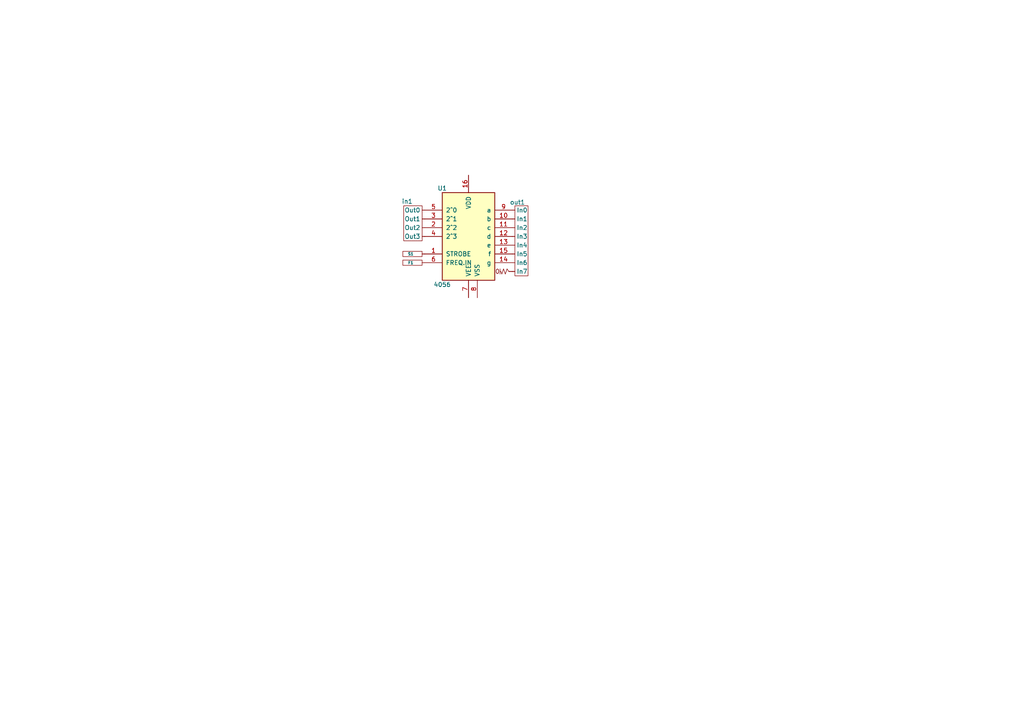
<source format=kicad_sch>
(kicad_sch (version 20230121) (generator eeschema)
  (paper "A4")
  (lib_symbols
    (symbol "4xxx:4056" (pin_names (offset 1.016))
      (property "Reference" "U" (at -7.62 13.97 0))
      (property "Value" "4056" (at -7.62 -13.97 0))
      (symbol "4056_1_0"
        (pin input line (at -12.7 -5.08 0) (length 5.08) (name "STROBE") (number "1"))
        (pin output line (at 12.7 5.08 180) (length 5.08) (name "b") (number "10"))
        (pin output line (at 12.7 2.54 180) (length 5.08) (name "c") (number "11"))
        (pin output line (at 12.7 0 180) (length 5.08) (name "d") (number "12"))
        (pin output line (at 12.7 -2.54 180) (length 5.08) (name "e") (number "13"))
        (pin output line (at 12.7 -7.62 180) (length 5.08) (name "g") (number "14"))
        (pin output line (at 12.7 -5.08 180) (length 5.08) (name "f") (number "15"))
        (pin power_in line (at 0 17.78 270) (length 5.08) (name "VDD") (number "16"))
        (pin input line (at -12.7 2.54 0) (length 5.08) (name "2^2") (number "2"))
        (pin input line (at -12.7 5.08 0) (length 5.08) (name "2^1") (number "3"))
        (pin input line (at -12.7 0 0) (length 5.08) (name "2^3") (number "4"))
        (pin input line (at -12.7 7.62 0) (length 5.08) (name "2^0") (number "5"))
        (pin input line (at -12.7 -7.62 0) (length 5.08) (name "FREQ.IN") (number "6"))
        (pin power_in line (at 0 -17.78 90) (length 5.08) (name "VEE") (number "7"))
        (pin power_in line (at 2.54 -17.78 90) (length 5.08) (name "VSS") (number "8"))
        (pin output line (at 12.7 7.62 180) (length 5.08) (name "a") (number "9"))
      )
      (symbol "4056_1_1"
        (rectangle (start -7.62 12.7) (end 7.62 -12.7) (stroke (width 0.254)) (fill (type background)))
      )
    )
    (symbol "Tests:InBus" (pin_numbers hide)
      (property "Reference" "InBus" (at 1.512 11.176 0))
      (symbol "InBus_0_1"
        (rectangle (start 0.75 10.16) (end 4.56 -10.16))
      )
      (symbol "InBus_1_1"
        (pin input line (at 0 8.89 0) (length 0.75) (name "In0") (number "0"))
        (pin input line (at 0 6.35 0) (length 0.75) (name "In1") (number "1"))
        (pin input line (at 0 3.81 0) (length 0.75) (name "In2") (number "2"))
        (pin input line (at 0 1.27 0) (length 0.75) (name "In3") (number "3"))
        (pin input line (at 0 -1.27 0) (length 0.75) (name "In4") (number "4"))
        (pin input line (at 0 -3.81 0) (length 0.75) (name "In5") (number "5"))
        (pin input line (at 0 -6.35 0) (length 0.75) (name "In6") (number "6"))
        (pin input line (at 0 -8.89 0) (length 0.75) (name "In7") (number "7"))
      )
    )
    (symbol "Tests:OutBus4x" (pin_numbers hide)
      (property "Reference" "OutBus4x" (at -1.524 6.096 0))
      (symbol "OutBus4x_0_1"
        (rectangle (start -6.096 5.08) (end -0.75 -5.08))
      )
      (symbol "OutBus4x_1_1"
        (pin output line (at 0 3.81 180) (length 0.75) (name "Out0") (number "0"))
        (pin output line (at 0 1.27 180) (length 0.75) (name "Out1") (number "1"))
        (pin output line (at 0 -1.27 180) (length 0.75) (name "Out2") (number "2"))
        (pin output line (at 0 -3.81 180) (length 0.75) (name "Out3") (number "3"))
      )
    )
    (symbol "Tests:OutPin" (pin_numbers hide) (pin_names hide)
      (property "Reference" "OutPin" (at -4.064 0 0))
      (symbol "OutPin_0_1"
        (rectangle (start -6.35 0.762) (end -0.762 -0.762))
      )
      (symbol "OutPin_1_1"
        (pin output line (at 0 0 180) (length 0.75) (name "Out") (number "1"))
      )
    )
    (symbol "chip:PULLDOWN" (pin_numbers hide) (pin_names (offset 0) hide)
      (symbol "PULLDOWN_0_1"
        (polyline (pts (xy -3.556 0) (xy -3.556 -0.762)))
        (polyline (pts (xy -1.016 0) (xy -1.524 0.762) (xy -2.032 -0.762) (xy -2.54 0.762) (xy -3.048 -0.762) (xy -3.302 0) (xy -3.556 0) (xy -3.556 0.762)))
      )
      (symbol "PULLDOWN_1_1"
        (text "0" (at -4.318 0 0) (effects (font (size 1.27 1.27))))
        (pin tri_state line (at 0 0 180) (length 1) (name "OUT") (number "1"))
      )
    )
  )
  (symbol (lib_id "Tests:InBus") (at 148.59 69.85 0) (unit 1)
    (property "Reference" "out1" (at 150.102 58.674 0))
    (property "Value" "InBus" (effects hide))
  )
  (symbol (lib_id "Tests:OutBus4x") (at 123.19 64.77 0) (unit 1)
    (property "Reference" "in1" (at 118.11 58.42 0))
    (property "Value" "OutBus4x" (effects hide))
  )
  (symbol (lib_id "chip:PULLDOWN") (at 148.59 78.74 0) (unit 1)
    (property "Reference" "pulldown1" (effects hide))
    (property "Value" "pull_down" (effects hide))
  )
  (symbol (lib_id "Tests:OutPin") (at 123.19 73.66 0) (unit 1)
    (property "Reference" "S1" (at 119.126 73.66 0) (effects (font (size 0.8 0.8))))
    (property "Value" "OutPin" (effects hide))
  )
  (symbol (lib_id "Tests:OutPin") (at 123.19 76.2 0) (unit 1)
    (property "Reference" "F1" (at 119.126 76.2 0) (effects (font (size 0.8 0.8))))
    (property "Value" "OutPin" (effects hide))
  )
  (symbol (lib_id "4xxx:4056") (at 135.89 68.58 0) (unit 1)
    (property "Reference" "U1" (at 128.27 54.61 0))
    (property "Value" "4056" (at 128.27 82.55 0))
    (property "Datasheet" "http://www.ti.com/lit/ds/symlink/cd4056b.pdf" (effects hide))
  )
)
</source>
